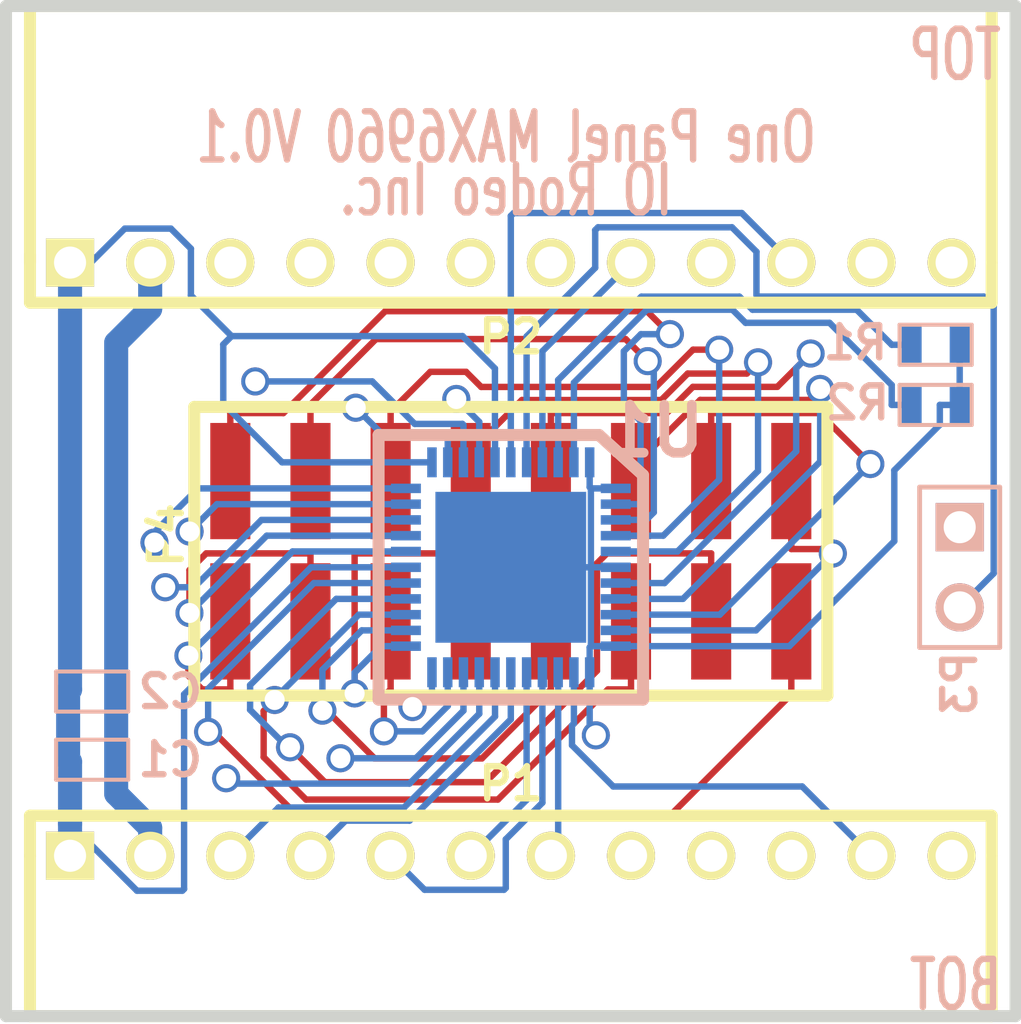
<source format=kicad_pcb>
(kicad_pcb (version 20171130) (host pcbnew 5.1.10)

  (general
    (thickness 1.6002)
    (drawings 8)
    (tracks 385)
    (zones 0)
    (modules 9)
    (nets 30)
  )

  (page A4)
  (title_block
    (date "12 apr 2013")
  )

  (layers
    (0 Front signal)
    (1 Inner3 signal)
    (2 Inner2 signal)
    (31 Back signal)
    (32 B.Adhes user)
    (33 F.Adhes user)
    (34 B.Paste user)
    (35 F.Paste user)
    (36 B.SilkS user)
    (37 F.SilkS user)
    (38 B.Mask user)
    (39 F.Mask user)
    (40 Dwgs.User user)
    (41 Cmts.User user)
    (42 Eco1.User user)
    (43 Eco2.User user)
    (44 Edge.Cuts user)
  )

  (setup
    (last_trace_width 0.2032)
    (trace_clearance 0.1016)
    (zone_clearance 0.508)
    (zone_45_only no)
    (trace_min 0.2032)
    (via_size 0.889)
    (via_drill 0.635)
    (via_min_size 0.889)
    (via_min_drill 0.508)
    (uvia_size 0.508)
    (uvia_drill 0.127)
    (uvias_allowed no)
    (uvia_min_size 0.508)
    (uvia_min_drill 0.127)
    (edge_width 0.381)
    (segment_width 0.381)
    (pcb_text_width 0.3048)
    (pcb_text_size 1.524 2.032)
    (mod_edge_width 0.381)
    (mod_text_size 1.524 1.524)
    (mod_text_width 0.3048)
    (pad_size 1.27 3.683)
    (pad_drill 0)
    (pad_to_mask_clearance 0.254)
    (aux_axis_origin 0 0)
    (visible_elements FFFFFF7F)
    (pcbplotparams
      (layerselection 0x00030_ffffffff)
      (usegerberextensions true)
      (usegerberattributes true)
      (usegerberadvancedattributes true)
      (creategerberjobfile true)
      (excludeedgelayer true)
      (linewidth 0.150000)
      (plotframeref false)
      (viasonmask false)
      (mode 1)
      (useauxorigin false)
      (hpglpennumber 1)
      (hpglpenspeed 20)
      (hpglpendiameter 15.000000)
      (psnegative false)
      (psa4output false)
      (plotreference true)
      (plotvalue true)
      (plotinvisibletext false)
      (padsonsilk false)
      (subtractmaskfromsilk false)
      (outputformat 1)
      (mirror false)
      (drillshape 1)
      (scaleselection 1)
      (outputdirectory ""))
  )

  (net 0 "")
  (net 1 /ADDCLK)
  (net 2 /ADDIN)
  (net 3 /ADDOUT)
  (net 4 /CLK)
  (net 5 /COL1)
  (net 6 /COL10)
  (net 7 /COL11)
  (net 8 /COL12)
  (net 9 /COL13)
  (net 10 /COL14)
  (net 11 /COL15)
  (net 12 /COL16)
  (net 13 /CS)
  (net 14 /MISO)
  (net 15 /MOSI)
  (net 16 /OSC)
  (net 17 /ROW1)
  (net 18 /ROW2)
  (net 19 /ROW3)
  (net 20 /ROW4)
  (net 21 /ROW5)
  (net 22 /ROW6)
  (net 23 /ROW7)
  (net 24 /ROW8)
  (net 25 /RST)
  (net 26 /V+)
  (net 27 GND)
  (net 28 N-000031)
  (net 29 N-000032)

  (net_class Default "This is the default net class."
    (clearance 0.1016)
    (trace_width 0.2032)
    (via_dia 0.889)
    (via_drill 0.635)
    (uvia_dia 0.508)
    (uvia_drill 0.127)
    (add_net /ADDCLK)
    (add_net /ADDIN)
    (add_net /ADDOUT)
    (add_net /CLK)
    (add_net /COL1)
    (add_net /COL10)
    (add_net /COL11)
    (add_net /COL12)
    (add_net /COL13)
    (add_net /COL14)
    (add_net /COL15)
    (add_net /COL16)
    (add_net /CS)
    (add_net /MISO)
    (add_net /MOSI)
    (add_net /OSC)
    (add_net /ROW1)
    (add_net /ROW2)
    (add_net /ROW3)
    (add_net /ROW4)
    (add_net /ROW5)
    (add_net /ROW6)
    (add_net /ROW7)
    (add_net /ROW8)
    (add_net /RST)
    (add_net N-000031)
    (add_net N-000032)
  )

  (net_class PWR ""
    (clearance 0.1016)
    (trace_width 0.2032)
    (via_dia 0.889)
    (via_drill 0.635)
    (uvia_dia 0.508)
    (uvia_drill 0.127)
    (add_net /V+)
    (add_net GND)
  )

  (module SM0603 (layer Back) (tedit 5167BA86) (tstamp 51658CC4)
    (at 53.5305 74.676)
    (path /516115A2)
    (attr smd)
    (fp_text reference C1 (at 2.4765 0) (layer B.SilkS)
      (effects (font (size 1.016 1.016) (thickness 0.2032)) (justify mirror))
    )
    (fp_text value 47uF (at -0.127 0.0635) (layer B.SilkS) hide
      (effects (font (size 1.016 1.016) (thickness 0.2032)) (justify mirror))
    )
    (fp_line (start -1.143 0.635) (end 1.143 0.635) (layer B.SilkS) (width 0.127))
    (fp_line (start 1.143 0.635) (end 1.143 -0.635) (layer B.SilkS) (width 0.127))
    (fp_line (start 1.143 -0.635) (end -1.143 -0.635) (layer B.SilkS) (width 0.127))
    (fp_line (start -1.143 -0.635) (end -1.143 0.635) (layer B.SilkS) (width 0.127))
    (pad 1 smd rect (at -0.762 0) (size 0.635 1.143) (layers Back B.Paste B.Mask)
      (net 26 /V+))
    (pad 2 smd rect (at 0.762 0) (size 0.635 1.143) (layers Back B.Paste B.Mask)
      (net 27 GND))
    (model smd/chip_cms.wrl
      (at (xyz 0 0 0))
      (scale (xyz 0.08 0.08 0.08))
      (rotate (xyz 0 0 0))
    )
  )

  (module SM0603 (layer Back) (tedit 5167BA82) (tstamp 51658CC6)
    (at 53.5305 72.517)
    (path /516115D7)
    (attr smd)
    (fp_text reference C2 (at 2.4765 0) (layer B.SilkS)
      (effects (font (size 1.016 1.016) (thickness 0.2032)) (justify mirror))
    )
    (fp_text value 0.1uF (at 0.127 0) (layer B.SilkS) hide
      (effects (font (size 0.7112 0.4572) (thickness 0.1143)) (justify mirror))
    )
    (fp_line (start -1.143 0.635) (end 1.143 0.635) (layer B.SilkS) (width 0.127))
    (fp_line (start 1.143 0.635) (end 1.143 -0.635) (layer B.SilkS) (width 0.127))
    (fp_line (start 1.143 -0.635) (end -1.143 -0.635) (layer B.SilkS) (width 0.127))
    (fp_line (start -1.143 -0.635) (end -1.143 0.635) (layer B.SilkS) (width 0.127))
    (pad 1 smd rect (at -0.762 0) (size 0.635 1.143) (layers Back B.Paste B.Mask)
      (net 26 /V+))
    (pad 2 smd rect (at 0.762 0) (size 0.635 1.143) (layers Back B.Paste B.Mask)
      (net 27 GND))
    (model smd/chip_cms.wrl
      (at (xyz 0 0 0))
      (scale (xyz 0.08 0.08 0.08))
      (rotate (xyz 0 0 0))
    )
  )

  (module SM0603 (layer Back) (tedit 5167B93B) (tstamp 5167B83E)
    (at 80.264 61.5315)
    (path /5164B996)
    (attr smd)
    (fp_text reference R1 (at -2.54 -0.0635) (layer B.SilkS)
      (effects (font (size 1.016 1.016) (thickness 0.2032)) (justify mirror))
    )
    (fp_text value R (at 0 0) (layer B.SilkS) hide
      (effects (font (size 0.7112 0.4572) (thickness 0.1143)) (justify mirror))
    )
    (fp_line (start -1.143 0.635) (end 1.143 0.635) (layer B.SilkS) (width 0.127))
    (fp_line (start 1.143 0.635) (end 1.143 -0.635) (layer B.SilkS) (width 0.127))
    (fp_line (start 1.143 -0.635) (end -1.143 -0.635) (layer B.SilkS) (width 0.127))
    (fp_line (start -1.143 -0.635) (end -1.143 0.635) (layer B.SilkS) (width 0.127))
    (pad 1 smd rect (at -0.762 0) (size 0.635 1.143) (layers Back B.Paste B.Mask)
      (net 29 N-000032))
    (pad 2 smd rect (at 0.762 0) (size 0.635 1.143) (layers Back B.Paste B.Mask)
      (net 27 GND))
    (model smd/chip_cms.wrl
      (at (xyz 0 0 0))
      (scale (xyz 0.08 0.08 0.08))
      (rotate (xyz 0 0 0))
    )
  )

  (module SM0603 (layer Back) (tedit 5167B925) (tstamp 5167B843)
    (at 80.264 63.4365)
    (path /5164B991)
    (attr smd)
    (fp_text reference R2 (at -2.4765 -0.0635) (layer B.SilkS)
      (effects (font (size 1.016 1.016) (thickness 0.2032)) (justify mirror))
    )
    (fp_text value R (at 0 0) (layer B.SilkS) hide
      (effects (font (size 0.7112 0.4572) (thickness 0.1143)) (justify mirror))
    )
    (fp_line (start -1.143 0.635) (end 1.143 0.635) (layer B.SilkS) (width 0.127))
    (fp_line (start 1.143 0.635) (end 1.143 -0.635) (layer B.SilkS) (width 0.127))
    (fp_line (start 1.143 -0.635) (end -1.143 -0.635) (layer B.SilkS) (width 0.127))
    (fp_line (start -1.143 -0.635) (end -1.143 0.635) (layer B.SilkS) (width 0.127))
    (pad 1 smd rect (at -0.762 0) (size 0.635 1.143) (layers Back B.Paste B.Mask)
      (net 28 N-000031))
    (pad 2 smd rect (at 0.762 0) (size 0.635 1.143) (layers Back B.Paste B.Mask)
      (net 27 GND))
    (model smd/chip_cms.wrl
      (at (xyz 0 0 0))
      (scale (xyz 0.08 0.08 0.08))
      (rotate (xyz 0 0 0))
    )
  )

  (module PIN_ARRAY_2X1 (layer Back) (tedit 5167B9C6) (tstamp 51675768)
    (at 81.026 68.58 270)
    (descr "Connecteurs 2 pins")
    (tags "CONN DEV")
    (path /51612750)
    (fp_text reference P3 (at 3.683 0 270) (layer B.SilkS)
      (effects (font (size 1.016 1.016) (thickness 0.2032)) (justify mirror))
    )
    (fp_text value CONN_2 (at 0 0 270) (layer B.SilkS) hide
      (effects (font (size 0.762 0.762) (thickness 0.1524)) (justify mirror))
    )
    (fp_line (start -2.54 -1.27) (end -2.54 1.27) (layer B.SilkS) (width 0.1524))
    (fp_line (start -2.54 1.27) (end 2.54 1.27) (layer B.SilkS) (width 0.1524))
    (fp_line (start 2.54 1.27) (end 2.54 -1.27) (layer B.SilkS) (width 0.1524))
    (fp_line (start 2.54 -1.27) (end -2.54 -1.27) (layer B.SilkS) (width 0.1524))
    (pad 1 thru_hole rect (at -1.27 0 270) (size 1.524 1.524) (drill 1.016) (layers *.Cu *.Mask B.SilkS)
      (net 26 /V+))
    (pad 2 thru_hole circle (at 1.27 0 270) (size 1.524 1.524) (drill 1.016) (layers *.Cu *.Mask B.SilkS)
      (net 2 /ADDIN))
    (model pin_array/pins_array_2x1.wrl
      (at (xyz 0 0 0))
      (scale (xyz 1 1 1))
      (rotate (xyz 0 0 0))
    )
  )

  (module HEADER_TOP (layer Front) (tedit 5167BA76) (tstamp 51658CD3)
    (at 66.79946 58.928)
    (path /516126A1)
    (fp_text reference P2 (at 0.00254 2.3495) (layer F.SilkS)
      (effects (font (size 1.016 1.016) (thickness 0.2032)))
    )
    (fp_text value CONN_12 (at 0.00254 -4.064) (layer F.SilkS) hide
      (effects (font (size 1.524 1.524) (thickness 0.3048)))
    )
    (fp_line (start 15.24 0) (end 15.24 1.27) (layer F.SilkS) (width 0.381))
    (fp_line (start 15.24 1.27) (end -15.24 1.27) (layer F.SilkS) (width 0.381))
    (fp_line (start -15.24 1.27) (end -15.24 -0.254) (layer F.SilkS) (width 0.381))
    (fp_line (start -15.24 0) (end -15.24 -8.128) (layer F.SilkS) (width 0.381))
    (fp_line (start -15.24 -8.128) (end 15.24 -8.128) (layer F.SilkS) (width 0.381))
    (fp_line (start 15.24 -8.128) (end 15.24 0) (layer F.SilkS) (width 0.381))
    (pad 1 thru_hole rect (at -13.97 0) (size 1.524 1.524) (drill 1.016) (layers *.Cu *.Mask F.SilkS)
      (net 26 /V+))
    (pad 2 thru_hole circle (at -11.43 0) (size 1.524 1.524) (drill 1.016) (layers *.Cu *.Mask F.SilkS)
      (net 27 GND))
    (pad 3 thru_hole circle (at -8.89 0) (size 1.524 1.524) (drill 1.016) (layers *.Cu *.Mask F.SilkS)
      (net 25 /RST))
    (pad 4 thru_hole circle (at -6.35 0) (size 1.524 1.524) (drill 1.016) (layers *.Cu *.Mask F.SilkS)
      (net 4 /CLK))
    (pad 5 thru_hole circle (at -3.81 0) (size 1.524 1.524) (drill 1.016) (layers *.Cu *.Mask F.SilkS)
      (net 15 /MOSI))
    (pad 6 thru_hole circle (at -1.27 0) (size 1.524 1.524) (drill 1.016) (layers *.Cu *.Mask F.SilkS)
      (net 14 /MISO))
    (pad 7 thru_hole circle (at 1.27 0) (size 1.524 1.524) (drill 1.016) (layers *.Cu *.Mask F.SilkS)
      (net 13 /CS))
    (pad 8 thru_hole circle (at 3.81 0) (size 1.524 1.524) (drill 1.016) (layers *.Cu *.Mask F.SilkS)
      (net 1 /ADDCLK))
    (pad 9 thru_hole circle (at 6.35 0) (size 1.524 1.524) (drill 1.016) (layers *.Cu *.Mask F.SilkS))
    (pad 10 thru_hole circle (at 8.89 0) (size 1.524 1.524) (drill 1.016) (layers *.Cu *.Mask F.SilkS)
      (net 3 /ADDOUT))
    (pad 11 thru_hole circle (at 11.43 0) (size 1.524 1.524) (drill 1.016) (layers *.Cu *.Mask F.SilkS)
      (net 16 /OSC))
    (pad 12 thru_hole circle (at 13.97 0) (size 1.524 1.524) (drill 1.016) (layers *.Cu *.Mask F.SilkS))
  )

  (module HEADER_BOT (layer Front) (tedit 5167B96A) (tstamp 51658CD4)
    (at 66.79946 77.71892)
    (path /5161268D)
    (fp_text reference P1 (at 0.00254 -2.28092) (layer F.SilkS)
      (effects (font (size 1.016 1.016) (thickness 0.2032)))
    )
    (fp_text value CONN_12 (at 0.00254 3.05308) (layer F.SilkS) hide
      (effects (font (size 1.524 1.524) (thickness 0.3048)))
    )
    (fp_line (start -15.24 0) (end -15.24 -1.27) (layer F.SilkS) (width 0.381))
    (fp_line (start -15.24 -1.27) (end 15.24 -1.27) (layer F.SilkS) (width 0.381))
    (fp_line (start 15.24 -1.27) (end 15.24 0) (layer F.SilkS) (width 0.381))
    (fp_line (start -15.24 0) (end -15.24 5.08) (layer F.SilkS) (width 0.381))
    (fp_line (start -15.24 5.08) (end 15.24 5.08) (layer F.SilkS) (width 0.381))
    (fp_line (start 15.24 5.08) (end 15.24 0) (layer F.SilkS) (width 0.381))
    (pad 1 thru_hole rect (at -13.97 0) (size 1.524 1.524) (drill 1.016) (layers *.Cu *.Mask F.SilkS)
      (net 26 /V+))
    (pad 2 thru_hole circle (at -11.43 0) (size 1.524 1.524) (drill 1.016) (layers *.Cu *.Mask F.SilkS)
      (net 27 GND))
    (pad 3 thru_hole circle (at -8.89 0) (size 1.524 1.524) (drill 1.016) (layers *.Cu *.Mask F.SilkS)
      (net 25 /RST))
    (pad 4 thru_hole circle (at -6.35 0) (size 1.524 1.524) (drill 1.016) (layers *.Cu *.Mask F.SilkS)
      (net 4 /CLK))
    (pad 5 thru_hole circle (at -3.81 0) (size 1.524 1.524) (drill 1.016) (layers *.Cu *.Mask F.SilkS)
      (net 15 /MOSI))
    (pad 6 thru_hole circle (at -1.27 0) (size 1.524 1.524) (drill 1.016) (layers *.Cu *.Mask F.SilkS)
      (net 14 /MISO))
    (pad 7 thru_hole circle (at 1.27 0) (size 1.524 1.524) (drill 1.016) (layers *.Cu *.Mask F.SilkS)
      (net 13 /CS))
    (pad 8 thru_hole circle (at 3.81 0) (size 1.524 1.524) (drill 1.016) (layers *.Cu *.Mask F.SilkS)
      (net 1 /ADDCLK))
    (pad 9 thru_hole circle (at 6.35 0) (size 1.524 1.524) (drill 1.016) (layers *.Cu *.Mask F.SilkS)
      (net 3 /ADDOUT))
    (pad 10 thru_hole circle (at 8.89 0) (size 1.524 1.524) (drill 1.016) (layers *.Cu *.Mask F.SilkS)
      (net 2 /ADDIN))
    (pad 11 thru_hole circle (at 11.43 0) (size 1.524 1.524) (drill 1.016) (layers *.Cu *.Mask F.SilkS)
      (net 16 /OSC))
    (pad 12 thru_hole circle (at 13.97 0) (size 1.524 1.524) (drill 1.016) (layers *.Cu *.Mask F.SilkS))
  )

  (module T4477-3 (layer Back) (tedit 51673DEF) (tstamp 51672805)
    (at 66.79946 68.58 180)
    (path /516112AF)
    (fp_text reference U1 (at -4.57454 4.318 180) (layer B.SilkS)
      (effects (font (size 1.524 1.524) (thickness 0.3048)) (justify mirror))
    )
    (fp_text value MAX6960 (at -0.25654 0 180) (layer B.SilkS) hide
      (effects (font (size 1.016 1.016) (thickness 0.2032)) (justify mirror))
    )
    (fp_line (start -4.191 2.921) (end -4.191 -4.191) (layer B.SilkS) (width 0.381))
    (fp_line (start -4.191 -4.191) (end 4.191 -4.191) (layer B.SilkS) (width 0.381))
    (fp_line (start 4.191 -4.191) (end 4.191 4.191) (layer B.SilkS) (width 0.381))
    (fp_line (start 4.191 4.191) (end -2.794 4.191) (layer B.SilkS) (width 0.381))
    (fp_line (start -2.794 4.191) (end -4.191 2.921) (layer B.SilkS) (width 0.381))
    (pad 1 smd rect (at -3.32486 2.49936 180) (size 0.94996 0.29972) (layers Back B.Paste B.Mask)
      (net 27 GND))
    (pad 2 smd rect (at -3.32486 1.99898 180) (size 0.94996 0.29972) (layers Back B.Paste B.Mask)
      (net 17 /ROW1))
    (pad 3 smd rect (at -3.32486 1.50114 180) (size 0.94996 0.29972) (layers Back B.Paste B.Mask)
      (net 18 /ROW2))
    (pad 4 smd rect (at -3.32486 1.00076 180) (size 0.94996 0.29972) (layers Back B.Paste B.Mask)
      (net 19 /ROW3))
    (pad 5 smd rect (at -3.32486 0.50038 180) (size 0.94996 0.29972) (layers Back B.Paste B.Mask)
      (net 20 /ROW4))
    (pad 6 smd rect (at -3.32486 0 180) (size 0.94996 0.29972) (layers Back B.Paste B.Mask)
      (net 27 GND))
    (pad 7 smd rect (at -3.32486 -0.50038 180) (size 0.94996 0.29972) (layers Back B.Paste B.Mask)
      (net 21 /ROW5))
    (pad 8 smd rect (at -3.32486 -1.00076 180) (size 0.94996 0.29972) (layers Back B.Paste B.Mask)
      (net 22 /ROW6))
    (pad 9 smd rect (at -3.32486 -1.50114 180) (size 0.94996 0.29972) (layers Back B.Paste B.Mask)
      (net 23 /ROW7))
    (pad 10 smd rect (at -3.32486 -1.99898 180) (size 0.94996 0.29972) (layers Back B.Paste B.Mask)
      (net 24 /ROW8))
    (pad 11 smd rect (at -3.32486 -2.49936 180) (size 0.94996 0.29972) (layers Back B.Paste B.Mask)
      (net 27 GND))
    (pad 45 smd rect (at 0 0 180) (size 4.78028 4.78028) (layers Back B.Paste B.Mask)
      (net 27 GND))
    (pad 12 smd rect (at -2.49936 -3.32486 180) (size 0.29972 0.94996) (layers Back B.Paste B.Mask)
      (net 27 GND))
    (pad 13 smd rect (at -1.99898 -3.32486 180) (size 0.29972 0.94996) (layers Back B.Paste B.Mask)
      (net 16 /OSC))
    (pad 14 smd rect (at -1.50114 -3.32486 180) (size 0.29972 0.94996) (layers Back B.Paste B.Mask)
      (net 13 /CS))
    (pad 15 smd rect (at -1.00076 -3.32486 180) (size 0.29972 0.94996) (layers Back B.Paste B.Mask)
      (net 15 /MOSI))
    (pad 16 smd rect (at -0.50038 -3.32486 180) (size 0.29972 0.94996) (layers Back B.Paste B.Mask)
      (net 14 /MISO))
    (pad 17 smd rect (at 0 -3.32486 180) (size 0.29972 0.94996) (layers Back B.Paste B.Mask)
      (net 4 /CLK))
    (pad 18 smd rect (at 0.50038 -3.32486 180) (size 0.29972 0.94996) (layers Back B.Paste B.Mask)
      (net 25 /RST))
    (pad 19 smd rect (at 1.00076 -3.32486 180) (size 0.29972 0.94996) (layers Back B.Paste B.Mask)
      (net 5 /COL1))
    (pad 20 smd rect (at 1.50114 -3.32486 180) (size 0.29972 0.94996) (layers Back B.Paste B.Mask)
      (net 6 /COL10))
    (pad 21 smd rect (at 1.99898 -3.32486 180) (size 0.29972 0.94996) (layers Back B.Paste B.Mask)
      (net 7 /COL11))
    (pad 22 smd rect (at 2.49936 -3.32486 180) (size 0.29972 0.94996) (layers Back B.Paste B.Mask)
      (net 26 /V+))
    (pad 23 smd rect (at 3.32486 -2.49936 180) (size 0.94996 0.29972) (layers Back B.Paste B.Mask)
      (net 8 /COL12))
    (pad 24 smd rect (at 3.32486 -1.99898 180) (size 0.94996 0.29972) (layers Back B.Paste B.Mask)
      (net 9 /COL13))
    (pad 25 smd rect (at 3.32486 -1.50114 180) (size 0.94996 0.29972) (layers Back B.Paste B.Mask)
      (net 10 /COL14))
    (pad 26 smd rect (at 3.32486 -1.00076 180) (size 0.94996 0.29972) (layers Back B.Paste B.Mask)
      (net 11 /COL15))
    (pad 27 smd rect (at 3.32486 -0.50038 180) (size 0.94996 0.29972) (layers Back B.Paste B.Mask)
      (net 12 /COL16))
    (pad 28 smd rect (at 3.32486 0 180) (size 0.94996 0.29972) (layers Back B.Paste B.Mask)
      (net 26 /V+))
    (pad 29 smd rect (at 3.32486 0.50038 180) (size 0.94996 0.29972) (layers Back B.Paste B.Mask)
      (net 5 /COL1))
    (pad 30 smd rect (at 3.32486 1.00076 180) (size 0.94996 0.29972) (layers Back B.Paste B.Mask)
      (net 6 /COL10))
    (pad 31 smd rect (at 3.32486 1.50114 180) (size 0.94996 0.29972) (layers Back B.Paste B.Mask)
      (net 7 /COL11))
    (pad 32 smd rect (at 3.32486 1.99898 180) (size 0.94996 0.29972) (layers Back B.Paste B.Mask)
      (net 8 /COL12))
    (pad 33 smd rect (at 3.32486 2.49936 180) (size 0.94996 0.29972) (layers Back B.Paste B.Mask)
      (net 9 /COL13))
    (pad 34 smd rect (at 2.49936 3.32486 180) (size 0.29972 0.94996) (layers Back B.Paste B.Mask)
      (net 26 /V+))
    (pad 35 smd rect (at 1.99898 3.32486 180) (size 0.29972 0.94996) (layers Back B.Paste B.Mask)
      (net 10 /COL14))
    (pad 36 smd rect (at 1.50114 3.32486 180) (size 0.29972 0.94996) (layers Back B.Paste B.Mask)
      (net 11 /COL15))
    (pad 37 smd rect (at 1.00076 3.32486 180) (size 0.29972 0.94996) (layers Back B.Paste B.Mask)
      (net 12 /COL16))
    (pad 38 smd rect (at 0.50038 3.32486 180) (size 0.29972 0.94996) (layers Back B.Paste B.Mask)
      (net 26 /V+))
    (pad 39 smd rect (at 0 3.32486 180) (size 0.29972 0.94996) (layers Back B.Paste B.Mask)
      (net 3 /ADDOUT))
    (pad 40 smd rect (at -0.50038 3.32486 180) (size 0.29972 0.94996) (layers Back B.Paste B.Mask)
      (net 2 /ADDIN))
    (pad 41 smd rect (at -1.00076 3.32486 180) (size 0.29972 0.94996) (layers Back B.Paste B.Mask)
      (net 1 /ADDCLK))
    (pad 42 smd rect (at -1.50114 3.32486 180) (size 0.29972 0.94996) (layers Back B.Paste B.Mask)
      (net 29 N-000032))
    (pad 43 smd rect (at -1.99898 3.32486 180) (size 0.29972 0.94996) (layers Back B.Paste B.Mask)
      (net 28 N-000031))
    (pad 44 smd rect (at -2.49936 3.32486 180) (size 0.29972 0.94996) (layers Back B.Paste B.Mask)
      (net 27 GND))
  )

  (module SMD_HEADER_8X2 (layer Front) (tedit 5167B9E0) (tstamp 5167528D)
    (at 66.79946 68.072)
    (path /51673048)
    (fp_text reference P4 (at -10.91946 -0.508 90) (layer F.SilkS)
      (effects (font (size 1.016 1.016) (thickness 0.2032)))
    )
    (fp_text value CONN_8X2 (at 0 6.096) (layer F.SilkS) hide
      (effects (font (size 1.524 1.524) (thickness 0.3048)))
    )
    (fp_line (start -10.033 0) (end -10.033 -4.572) (layer F.SilkS) (width 0.381))
    (fp_line (start -10.033 -4.572) (end 9.906 -4.572) (layer F.SilkS) (width 0.381))
    (fp_line (start 9.906 -4.572) (end 10.033 -4.572) (layer F.SilkS) (width 0.381))
    (fp_line (start 10.033 -4.572) (end 10.033 4.572) (layer F.SilkS) (width 0.381))
    (fp_line (start 10.033 4.572) (end -10.033 4.572) (layer F.SilkS) (width 0.381))
    (fp_line (start -10.033 4.572) (end -10.033 -0.254) (layer F.SilkS) (width 0.381))
    (pad 1 smd rect (at -8.89 2.2225) (size 1.27 3.683) (layers Front F.Paste F.Mask)
      (net 5 /COL1))
    (pad 2 smd rect (at -8.89 -2.2225) (size 1.27 3.683) (layers Front F.Paste F.Mask)
      (net 17 /ROW1))
    (pad 3 smd rect (at -6.35 2.2225) (size 1.27 3.683) (layers Front F.Paste F.Mask)
      (net 6 /COL10))
    (pad 4 smd rect (at -6.35 -2.2225) (size 1.27 3.683) (layers Front F.Paste F.Mask)
      (net 18 /ROW2))
    (pad 5 smd rect (at -3.81 2.2225) (size 1.27 3.683) (layers Front F.Paste F.Mask)
      (net 7 /COL11))
    (pad 6 smd rect (at -3.81 -2.2225) (size 1.27 3.683) (layers Front F.Paste F.Mask)
      (net 19 /ROW3))
    (pad 7 smd rect (at -1.27 2.2225) (size 1.27 3.683) (layers Front F.Paste F.Mask)
      (net 8 /COL12))
    (pad 8 smd rect (at -1.27 -2.2225) (size 1.27 3.683) (layers Front F.Paste F.Mask)
      (net 20 /ROW4))
    (pad 9 smd rect (at 1.27 2.2225) (size 1.27 3.683) (layers Front F.Paste F.Mask)
      (net 9 /COL13))
    (pad 10 smd rect (at 1.27 -2.2225) (size 1.27 3.683) (layers Front F.Paste F.Mask)
      (net 21 /ROW5))
    (pad 11 smd rect (at 3.81 2.2225) (size 1.27 3.683) (layers Front F.Paste F.Mask)
      (net 10 /COL14))
    (pad 12 smd rect (at 3.81 -2.2225) (size 1.27 3.683) (layers Front F.Paste F.Mask)
      (net 22 /ROW6))
    (pad 13 smd rect (at 6.35 2.2225) (size 1.27 3.683) (layers Front F.Paste F.Mask)
      (net 11 /COL15))
    (pad 14 smd rect (at 6.35 -2.2225) (size 1.27 3.683) (layers Front F.Paste F.Mask)
      (net 23 /ROW7))
    (pad 15 smd rect (at 8.89 2.2225) (size 1.27 3.683) (layers Front F.Paste F.Mask)
      (net 12 /COL16))
    (pad 16 smd rect (at 8.89 -2.2225) (size 1.27 3.683) (layers Front F.Paste F.Mask)
      (net 24 /ROW8))
  )

  (gr_text BOT (at 80.899 81.8134) (layer B.SilkS)
    (effects (font (size 1.524 1.016) (thickness 0.2032)) (justify mirror))
  )
  (gr_text TOP (at 80.8736 52.3494) (layer B.SilkS)
    (effects (font (size 1.524 1.016) (thickness 0.2032)) (justify mirror))
  )
  (gr_text "IO Rodeo Inc." (at 66.6496 56.642) (layer B.SilkS)
    (effects (font (size 1.524 1.016) (thickness 0.2032)) (justify mirror))
  )
  (gr_text "One Panel MAX6960 V0.1" (at 66.6496 54.9656) (layer B.SilkS)
    (effects (font (size 1.524 1.016) (thickness 0.2032)) (justify mirror))
  )
  (gr_line (start 82.79892 82.79892) (end 82.79892 50.8) (angle 90) (layer Edge.Cuts) (width 0.381))
  (gr_line (start 50.8 82.79892) (end 82.79892 82.79892) (angle 90) (layer Edge.Cuts) (width 0.381))
  (gr_line (start 50.8 50.8) (end 50.8 82.79892) (angle 90) (layer Edge.Cuts) (width 0.381))
  (gr_line (start 50.8 50.8) (end 82.79892 50.8) (angle 90) (layer Edge.Cuts) (width 0.381))

  (segment (start 67.80022 61.73724) (end 70.60946 58.928) (width 0.2032) (layer Back) (net 1) (status 800000))
  (segment (start 67.80022 65.25514) (end 67.80022 61.73724) (width 0.2032) (layer Back) (net 1) (status 400000))
  (segment (start 70.25386 77.36332) (end 70.60946 77.71892) (width 0.2032) (layer Inner3) (net 1) (status 800000))
  (segment (start 70.25386 59.2836) (end 70.25386 77.36332) (width 0.2032) (layer Inner3) (net 1))
  (segment (start 70.60946 58.928) (end 70.25386 59.2836) (width 0.2032) (layer Inner3) (net 1) (status 400000))
  (segment (start 75.68946 75.18654) (end 81.026 69.85) (width 0.2032) (layer Inner2) (net 2) (status 800000))
  (segment (start 75.68946 77.71892) (end 75.68946 75.18654) (width 0.2032) (layer Inner2) (net 2) (status 400000))
  (segment (start 82.10296 68.77304) (end 81.026 69.85) (width 0.2032) (layer Back) (net 2) (status 800000))
  (segment (start 82.10296 60.31992) (end 82.10296 68.77304) (width 0.2032) (layer Back) (net 2))
  (segment (start 81.788 60.00496) (end 82.10296 60.31992) (width 0.2032) (layer Back) (net 2))
  (segment (start 74.6379 60.00496) (end 81.788 60.00496) (width 0.2032) (layer Back) (net 2))
  (segment (start 74.58456 59.95162) (end 74.6379 60.00496) (width 0.2032) (layer Back) (net 2))
  (segment (start 74.58456 58.5851) (end 74.58456 59.95162) (width 0.2032) (layer Back) (net 2))
  (segment (start 73.80986 57.8104) (end 74.58456 58.5851) (width 0.2032) (layer Back) (net 2))
  (segment (start 69.56298 57.8104) (end 73.80986 57.8104) (width 0.2032) (layer Back) (net 2))
  (segment (start 69.47408 57.8993) (end 69.56298 57.8104) (width 0.2032) (layer Back) (net 2))
  (segment (start 69.47408 59.0931) (end 69.47408 57.8993) (width 0.2032) (layer Back) (net 2))
  (segment (start 67.29984 61.26734) (end 69.47408 59.0931) (width 0.2032) (layer Back) (net 2))
  (segment (start 67.29984 65.25514) (end 67.29984 61.26734) (width 0.2032) (layer Back) (net 2) (status 400000))
  (segment (start 75.5142 75.35418) (end 73.14946 77.71892) (width 0.2032) (layer Inner3) (net 3) (status 800000))
  (segment (start 75.5142 59.10326) (end 75.5142 75.35418) (width 0.2032) (layer Inner3) (net 3))
  (segment (start 75.68946 58.928) (end 75.5142 59.10326) (width 0.2032) (layer Inner3) (net 3) (status 400000))
  (segment (start 74.11974 57.35828) (end 75.68946 58.928) (width 0.2032) (layer Back) (net 3) (status 800000))
  (segment (start 66.8909 57.35828) (end 74.11974 57.35828) (width 0.2032) (layer Back) (net 3))
  (segment (start 66.79946 57.44972) (end 66.8909 57.35828) (width 0.2032) (layer Back) (net 3))
  (segment (start 66.79946 65.25514) (end 66.79946 57.44972) (width 0.2032) (layer Back) (net 3) (status 400000))
  (segment (start 61.56198 76.6064) (end 60.44946 77.71892) (width 0.2032) (layer Back) (net 4) (status 800000))
  (segment (start 63.5889 76.6064) (end 61.56198 76.6064) (width 0.2032) (layer Back) (net 4))
  (segment (start 66.79946 73.39584) (end 63.5889 76.6064) (width 0.2032) (layer Back) (net 4))
  (segment (start 66.79946 71.90486) (end 66.79946 73.39584) (width 0.2032) (layer Back) (net 4) (status 400000))
  (segment (start 60.071 59.30646) (end 60.44946 58.928) (width 0.2032) (layer Inner3) (net 4) (status 800000))
  (segment (start 60.071 73.47966) (end 60.071 59.30646) (width 0.2032) (layer Inner3) (net 4))
  (segment (start 60.60694 74.0156) (end 60.071 73.47966) (width 0.2032) (layer Inner3) (net 4))
  (segment (start 60.60694 77.56144) (end 60.60694 74.0156) (width 0.2032) (layer Inner3) (net 4))
  (segment (start 60.44946 77.71892) (end 60.60694 77.56144) (width 0.2032) (layer Inner3) (net 4) (status 400000))
  (via (at 56.58104 71.37908) (size 0.889) (layers Front Back) (net 5))
  (via (at 57.77738 75.26274) (size 0.889) (layers Front Back) (net 5))
  (segment (start 59.8805 68.07962) (end 56.58104 71.37908) (width 0.2032) (layer Back) (net 5))
  (segment (start 63.4746 68.07962) (end 59.8805 68.07962) (width 0.2032) (layer Back) (net 5) (status 400000))
  (segment (start 57.90946 70.2945) (end 57.90946 72.44842) (width 0.2032) (layer Front) (net 5) (status 400000))
  (segment (start 56.58104 72.01154) (end 56.58104 71.37908) (width 0.2032) (layer Front) (net 5))
  (segment (start 57.01792 72.44842) (end 56.58104 72.01154) (width 0.2032) (layer Front) (net 5))
  (segment (start 57.90946 72.44842) (end 57.01792 72.44842) (width 0.2032) (layer Front) (net 5))
  (segment (start 57.94756 75.43292) (end 57.77738 75.26274) (width 0.2032) (layer Back) (net 5))
  (segment (start 63.58636 75.43292) (end 57.94756 75.43292) (width 0.2032) (layer Back) (net 5))
  (segment (start 65.7987 73.22058) (end 63.58636 75.43292) (width 0.2032) (layer Back) (net 5))
  (segment (start 65.7987 71.90486) (end 65.7987 73.22058) (width 0.2032) (layer Back) (net 5) (status 400000))
  (segment (start 57.5818 75.26274) (end 57.77738 75.26274) (width 0.2032) (layer Inner3) (net 5))
  (segment (start 56.44896 74.1299) (end 57.5818 75.26274) (width 0.2032) (layer Inner3) (net 5))
  (segment (start 56.44896 71.51116) (end 56.44896 74.1299) (width 0.2032) (layer Inner3) (net 5))
  (segment (start 56.58104 71.37908) (end 56.44896 71.51116) (width 0.2032) (layer Inner3) (net 5))
  (via (at 56.61406 70.0278) (size 0.889) (layers Front Back) (net 6))
  (via (at 61.39942 74.63028) (size 0.889) (layers Front Back) (net 6))
  (segment (start 60.44946 70.2945) (end 60.44946 68.14058) (width 0.2032) (layer Front) (net 6) (status 400000))
  (segment (start 59.06262 67.57924) (end 63.4746 67.57924) (width 0.2032) (layer Back) (net 6) (status 800000))
  (segment (start 56.61406 70.0278) (end 59.06262 67.57924) (width 0.2032) (layer Back) (net 6))
  (segment (start 56.61406 68.67144) (end 56.61406 70.0278) (width 0.2032) (layer Front) (net 6))
  (segment (start 57.14492 68.14058) (end 56.61406 68.67144) (width 0.2032) (layer Front) (net 6))
  (segment (start 60.44946 68.14058) (end 57.14492 68.14058) (width 0.2032) (layer Front) (net 6))
  (segment (start 65.29832 73.12152) (end 65.29832 71.90486) (width 0.2032) (layer Back) (net 6) (status 800000))
  (segment (start 63.78956 74.63028) (end 65.29832 73.12152) (width 0.2032) (layer Back) (net 6))
  (segment (start 61.39942 74.63028) (end 63.78956 74.63028) (width 0.2032) (layer Back) (net 6))
  (segment (start 58.32348 71.73722) (end 56.61406 70.0278) (width 0.2032) (layer Inner2) (net 6))
  (segment (start 58.32348 72.98436) (end 58.32348 71.73722) (width 0.2032) (layer Inner2) (net 6))
  (segment (start 59.0423 73.70318) (end 58.32348 72.98436) (width 0.2032) (layer Inner2) (net 6))
  (segment (start 59.0423 74.98588) (end 59.0423 73.70318) (width 0.2032) (layer Inner2) (net 6))
  (segment (start 59.09818 75.04176) (end 59.0423 74.98588) (width 0.2032) (layer Inner2) (net 6))
  (segment (start 60.98794 75.04176) (end 59.09818 75.04176) (width 0.2032) (layer Inner2) (net 6))
  (segment (start 61.39942 74.63028) (end 60.98794 75.04176) (width 0.2032) (layer Inner2) (net 6))
  (via (at 62.7761 73.77684) (size 0.889) (layers Front Back) (net 7))
  (via (at 55.84698 69.21246) (size 0.889) (layers Front Back) (net 7))
  (segment (start 62.98946 70.2945) (end 62.98946 72.44842) (width 0.2032) (layer Front) (net 7) (status 400000))
  (segment (start 62.7761 72.66178) (end 62.7761 73.77684) (width 0.2032) (layer Front) (net 7))
  (segment (start 62.98946 72.44842) (end 62.7761 72.66178) (width 0.2032) (layer Front) (net 7))
  (segment (start 56.76392 69.21246) (end 55.84698 69.21246) (width 0.2032) (layer Back) (net 7))
  (segment (start 58.89752 67.07886) (end 56.76392 69.21246) (width 0.2032) (layer Back) (net 7))
  (segment (start 63.4746 67.07886) (end 58.89752 67.07886) (width 0.2032) (layer Back) (net 7) (status 400000))
  (segment (start 64.80048 72.9742) (end 64.80048 71.90486) (width 0.2032) (layer Back) (net 7) (status 800000))
  (segment (start 63.99784 73.77684) (end 64.80048 72.9742) (width 0.2032) (layer Back) (net 7))
  (segment (start 62.7761 73.77684) (end 63.99784 73.77684) (width 0.2032) (layer Back) (net 7))
  (segment (start 55.76316 69.29628) (end 55.84698 69.21246) (width 0.2032) (layer Inner2) (net 7))
  (segment (start 55.76316 71.63308) (end 55.76316 69.29628) (width 0.2032) (layer Inner2) (net 7))
  (segment (start 56.8325 72.70242) (end 55.76316 71.63308) (width 0.2032) (layer Inner2) (net 7))
  (segment (start 57.3659 72.70242) (end 56.8325 72.70242) (width 0.2032) (layer Inner2) (net 7))
  (segment (start 58.62828 73.9648) (end 57.3659 72.70242) (width 0.2032) (layer Inner2) (net 7))
  (segment (start 58.62828 75.40244) (end 58.62828 73.9648) (width 0.2032) (layer Inner2) (net 7))
  (segment (start 58.83402 75.60818) (end 58.62828 75.40244) (width 0.2032) (layer Inner2) (net 7))
  (segment (start 61.85154 75.60818) (end 58.83402 75.60818) (width 0.2032) (layer Inner2) (net 7))
  (segment (start 62.7761 74.68362) (end 61.85154 75.60818) (width 0.2032) (layer Inner2) (net 7))
  (segment (start 62.7761 73.77684) (end 62.7761 74.68362) (width 0.2032) (layer Inner2) (net 7))
  (via (at 61.849 72.57542) (size 0.889) (layers Front Back) (net 8))
  (via (at 56.61914 67.44716) (size 0.889) (layers Front Back) (net 8))
  (segment (start 65.52946 70.2945) (end 65.52946 68.14058) (width 0.2032) (layer Front) (net 8) (status 400000))
  (segment (start 63.4746 71.07936) (end 62.6872 71.07936) (width 0.2032) (layer Back) (net 8) (status 400000))
  (segment (start 61.849 71.91756) (end 62.6872 71.07936) (width 0.2032) (layer Back) (net 8))
  (segment (start 61.849 72.57542) (end 61.849 71.91756) (width 0.2032) (layer Back) (net 8))
  (segment (start 61.849 68.19646) (end 61.849 72.57542) (width 0.2032) (layer Front) (net 8))
  (segment (start 61.90488 68.14058) (end 61.849 68.19646) (width 0.2032) (layer Front) (net 8))
  (segment (start 65.52946 68.14058) (end 61.90488 68.14058) (width 0.2032) (layer Front) (net 8))
  (segment (start 57.48528 66.58102) (end 56.61914 67.44716) (width 0.2032) (layer Back) (net 8))
  (segment (start 63.4746 66.58102) (end 57.48528 66.58102) (width 0.2032) (layer Back) (net 8) (status 400000))
  (segment (start 56.72074 67.44716) (end 56.61914 67.44716) (width 0.2032) (layer Inner2) (net 8))
  (segment (start 61.849 72.57542) (end 56.72074 67.44716) (width 0.2032) (layer Inner2) (net 8))
  (via (at 60.82792 73.12152) (size 0.889) (layers Front Back) (net 9))
  (via (at 55.50408 67.79768) (size 0.889) (layers Front Back) (net 9))
  (segment (start 68.06946 70.2945) (end 68.06946 72.44842) (width 0.2032) (layer Front) (net 9) (status 400000))
  (segment (start 60.82792 71.82612) (end 60.82792 73.12152) (width 0.2032) (layer Back) (net 9))
  (segment (start 62.07506 70.57898) (end 60.82792 71.82612) (width 0.2032) (layer Back) (net 9))
  (segment (start 63.4746 70.57898) (end 62.07506 70.57898) (width 0.2032) (layer Back) (net 9) (status 400000))
  (segment (start 65.88252 74.63536) (end 68.06946 72.44842) (width 0.2032) (layer Front) (net 9))
  (segment (start 62.48146 74.63536) (end 65.88252 74.63536) (width 0.2032) (layer Front) (net 9))
  (segment (start 60.96762 73.12152) (end 62.48146 74.63536) (width 0.2032) (layer Front) (net 9))
  (segment (start 60.82792 73.12152) (end 60.96762 73.12152) (width 0.2032) (layer Front) (net 9))
  (segment (start 55.50408 67.46494) (end 55.50408 67.79768) (width 0.2032) (layer Back) (net 9))
  (segment (start 56.88838 66.08064) (end 55.50408 67.46494) (width 0.2032) (layer Back) (net 9))
  (segment (start 63.4746 66.08064) (end 56.88838 66.08064) (width 0.2032) (layer Back) (net 9) (status 400000))
  (segment (start 60.82792 73.12152) (end 55.50408 67.79768) (width 0.2032) (layer Inner2) (net 9))
  (via (at 59.31408 72.7837) (size 0.889) (layers Front Back) (net 10))
  (via (at 61.88456 63.5254) (size 0.889) (layers Front Back) (net 10))
  (segment (start 70.60946 70.2945) (end 70.60946 72.44842) (width 0.2032) (layer Front) (net 10) (status 400000))
  (segment (start 64.80048 65.25514) (end 64.80048 64.46774) (width 0.2032) (layer Back) (net 10) (status 400000))
  (segment (start 62.8269 64.46774) (end 61.88456 63.5254) (width 0.2032) (layer Back) (net 10))
  (segment (start 64.80048 64.46774) (end 62.8269 64.46774) (width 0.2032) (layer Back) (net 10))
  (segment (start 59.31408 72.74814) (end 59.31408 72.7837) (width 0.2032) (layer Back) (net 10))
  (segment (start 61.98108 70.08114) (end 59.31408 72.74814) (width 0.2032) (layer Back) (net 10))
  (segment (start 63.4746 70.08114) (end 61.98108 70.08114) (width 0.2032) (layer Back) (net 10) (status 400000))
  (segment (start 59.45632 72.64146) (end 59.31408 72.7837) (width 0.2032) (layer Inner3) (net 10))
  (segment (start 59.45632 62.37732) (end 59.45632 72.64146) (width 0.2032) (layer Inner3) (net 10))
  (segment (start 59.29376 62.21476) (end 59.45632 62.37732) (width 0.2032) (layer Inner3) (net 10))
  (segment (start 59.29376 57.94502) (end 59.29376 62.21476) (width 0.2032) (layer Inner3) (net 10))
  (segment (start 59.3979 57.84088) (end 59.29376 57.94502) (width 0.2032) (layer Inner3) (net 10))
  (segment (start 60.92444 57.84088) (end 59.3979 57.84088) (width 0.2032) (layer Inner3) (net 10))
  (segment (start 61.88456 58.801) (end 60.92444 57.84088) (width 0.2032) (layer Inner3) (net 10))
  (segment (start 61.88456 63.5254) (end 61.88456 58.801) (width 0.2032) (layer Inner3) (net 10))
  (segment (start 58.9661 73.13168) (end 59.31408 72.7837) (width 0.2032) (layer Front) (net 10))
  (segment (start 58.9661 74.59472) (end 58.9661 73.13168) (width 0.2032) (layer Front) (net 10))
  (segment (start 60.30976 75.93838) (end 58.9661 74.59472) (width 0.2032) (layer Front) (net 10))
  (segment (start 66.39052 75.93838) (end 60.30976 75.93838) (width 0.2032) (layer Front) (net 10))
  (segment (start 69.88048 72.44842) (end 66.39052 75.93838) (width 0.2032) (layer Front) (net 10))
  (segment (start 70.60946 72.44842) (end 69.88048 72.44842) (width 0.2032) (layer Front) (net 10))
  (via (at 59.80176 74.2823) (size 0.889) (layers Front Back) (net 11))
  (via (at 58.6994 62.69228) (size 0.889) (layers Front Back) (net 11))
  (segment (start 73.14946 70.2945) (end 73.14946 68.14058) (width 0.2032) (layer Front) (net 11) (status 400000))
  (segment (start 65.29832 64.0715) (end 65.29832 65.25514) (width 0.2032) (layer Back) (net 11) (status 800000))
  (segment (start 65.2653 64.03848) (end 65.29832 64.0715) (width 0.2032) (layer Back) (net 11))
  (segment (start 63.754 64.03848) (end 65.2653 64.03848) (width 0.2032) (layer Back) (net 11))
  (segment (start 62.4078 62.69228) (end 63.754 64.03848) (width 0.2032) (layer Back) (net 11))
  (segment (start 58.6994 62.69228) (end 62.4078 62.69228) (width 0.2032) (layer Back) (net 11))
  (segment (start 59.72302 74.2823) (end 59.80176 74.2823) (width 0.2032) (layer Back) (net 11))
  (segment (start 58.53684 73.09612) (end 59.72302 74.2823) (width 0.2032) (layer Back) (net 11))
  (segment (start 58.53684 72.31126) (end 58.53684 73.09612) (width 0.2032) (layer Back) (net 11))
  (segment (start 61.26734 69.58076) (end 58.53684 72.31126) (width 0.2032) (layer Back) (net 11))
  (segment (start 63.4746 69.58076) (end 61.26734 69.58076) (width 0.2032) (layer Back) (net 11) (status 400000))
  (segment (start 59.72302 74.2823) (end 59.80176 74.2823) (width 0.2032) (layer Inner3) (net 11))
  (segment (start 58.51906 73.07834) (end 59.72302 74.2823) (width 0.2032) (layer Inner3) (net 11))
  (segment (start 58.51906 62.87262) (end 58.51906 73.07834) (width 0.2032) (layer Inner3) (net 11))
  (segment (start 58.6994 62.69228) (end 58.51906 62.87262) (width 0.2032) (layer Inner3) (net 11))
  (segment (start 60.90666 75.3872) (end 59.80176 74.2823) (width 0.2032) (layer Front) (net 11))
  (segment (start 66.0019 75.3872) (end 60.90666 75.3872) (width 0.2032) (layer Front) (net 11))
  (segment (start 69.52996 71.85914) (end 66.0019 75.3872) (width 0.2032) (layer Front) (net 11))
  (segment (start 69.52996 68.45554) (end 69.52996 71.85914) (width 0.2032) (layer Front) (net 11))
  (segment (start 69.84492 68.14058) (end 69.52996 68.45554) (width 0.2032) (layer Front) (net 11))
  (segment (start 73.14946 68.14058) (end 69.84492 68.14058) (width 0.2032) (layer Front) (net 11))
  (via (at 57.20588 73.79208) (size 0.889) (layers Front Back) (net 12))
  (via (at 65.07226 63.24854) (size 0.889) (layers Front Back) (net 12))
  (segment (start 57.20588 72.43064) (end 57.20588 73.79208) (width 0.2032) (layer Back) (net 12))
  (segment (start 60.55614 69.08038) (end 57.20588 72.43064) (width 0.2032) (layer Back) (net 12))
  (segment (start 63.4746 69.08038) (end 60.55614 69.08038) (width 0.2032) (layer Back) (net 12) (status 400000))
  (segment (start 65.7987 63.97498) (end 65.07226 63.24854) (width 0.2032) (layer Back) (net 12))
  (segment (start 65.7987 65.25514) (end 65.7987 63.97498) (width 0.2032) (layer Back) (net 12) (status 400000))
  (segment (start 61.66358 66.65722) (end 65.07226 63.24854) (width 0.2032) (layer Inner2) (net 12))
  (segment (start 54.79542 66.65722) (end 61.66358 66.65722) (width 0.2032) (layer Inner2) (net 12))
  (segment (start 54.73954 66.7131) (end 54.79542 66.65722) (width 0.2032) (layer Inner2) (net 12))
  (segment (start 54.73954 71.32574) (end 54.73954 66.7131) (width 0.2032) (layer Inner2) (net 12))
  (segment (start 57.20588 73.79208) (end 54.73954 71.32574) (width 0.2032) (layer Inner2) (net 12))
  (segment (start 57.3786 73.79208) (end 57.20588 73.79208) (width 0.2032) (layer Front) (net 12))
  (segment (start 59.96178 76.37526) (end 57.3786 73.79208) (width 0.2032) (layer Front) (net 12))
  (segment (start 71.91756 76.37526) (end 59.96178 76.37526) (width 0.2032) (layer Front) (net 12))
  (segment (start 75.68946 72.60336) (end 71.91756 76.37526) (width 0.2032) (layer Front) (net 12))
  (segment (start 75.68946 70.2945) (end 75.68946 72.60336) (width 0.2032) (layer Front) (net 12) (status 400000))
  (segment (start 68.3006 71.90486) (end 68.3006 72.69226) (width 0.2032) (layer Back) (net 13) (status 400000))
  (segment (start 68.3006 77.48778) (end 68.3006 72.69226) (width 0.2032) (layer Back) (net 13))
  (segment (start 68.06946 77.71892) (end 68.3006 77.48778) (width 0.2032) (layer Back) (net 13) (status 400000))
  (segment (start 68.06946 77.71892) (end 68.06946 58.928) (width 0.2032) (layer Inner3) (net 13) (status C00000))
  (segment (start 67.29984 75.94854) (end 65.52946 77.71892) (width 0.2032) (layer Back) (net 14) (status 800000))
  (segment (start 67.29984 71.90486) (end 67.29984 75.94854) (width 0.2032) (layer Back) (net 14) (status 400000))
  (segment (start 65.82918 59.22772) (end 65.52946 58.928) (width 0.2032) (layer Inner3) (net 14) (status 800000))
  (segment (start 65.82918 77.4192) (end 65.82918 59.22772) (width 0.2032) (layer Inner3) (net 14))
  (segment (start 65.52946 77.71892) (end 65.82918 77.4192) (width 0.2032) (layer Inner3) (net 14) (status 400000))
  (segment (start 64.06642 78.79588) (end 62.98946 77.71892) (width 0.2032) (layer Back) (net 15) (status 800000))
  (segment (start 66.58356 78.79588) (end 64.06642 78.79588) (width 0.2032) (layer Back) (net 15))
  (segment (start 66.63944 78.74) (end 66.58356 78.79588) (width 0.2032) (layer Back) (net 15))
  (segment (start 66.63944 77.19822) (end 66.63944 78.74) (width 0.2032) (layer Back) (net 15))
  (segment (start 67.80022 76.03744) (end 66.63944 77.19822) (width 0.2032) (layer Back) (net 15))
  (segment (start 67.80022 71.90486) (end 67.80022 76.03744) (width 0.2032) (layer Back) (net 15) (status 400000))
  (segment (start 62.98946 62.72022) (end 62.98946 58.928) (width 0.2032) (layer Inner3) (net 15) (status 800000))
  (segment (start 64.4398 64.17056) (end 62.98946 62.72022) (width 0.2032) (layer Inner3) (net 15))
  (segment (start 64.4398 76.26858) (end 64.4398 64.17056) (width 0.2032) (layer Inner3) (net 15))
  (segment (start 62.98946 77.71892) (end 64.4398 76.26858) (width 0.2032) (layer Inner3) (net 15) (status 400000))
  (segment (start 77.43444 59.72302) (end 78.22946 58.928) (width 0.2032) (layer Inner3) (net 16) (status 800000))
  (segment (start 77.43444 66.17462) (end 77.43444 59.72302) (width 0.2032) (layer Inner3) (net 16))
  (segment (start 78.22946 66.96964) (end 77.43444 66.17462) (width 0.2032) (layer Inner3) (net 16))
  (segment (start 78.22946 77.71892) (end 78.22946 66.96964) (width 0.2032) (layer Inner3) (net 16) (status 400000))
  (segment (start 76.0349 75.52436) (end 78.22946 77.71892) (width 0.2032) (layer Back) (net 16) (status 800000))
  (segment (start 70.04558 75.52436) (end 76.0349 75.52436) (width 0.2032) (layer Back) (net 16))
  (segment (start 68.73748 74.21626) (end 70.04558 75.52436) (width 0.2032) (layer Back) (net 16))
  (segment (start 68.73748 73.59142) (end 68.73748 74.21626) (width 0.2032) (layer Back) (net 16))
  (segment (start 68.79844 73.53046) (end 68.73748 73.59142) (width 0.2032) (layer Back) (net 16))
  (segment (start 68.79844 71.90486) (end 68.79844 73.53046) (width 0.2032) (layer Back) (net 16) (status 400000))
  (via (at 71.84136 61.19368) (size 0.889) (layers Front Back) (net 17))
  (segment (start 57.90946 65.8495) (end 57.90946 63.69558) (width 0.2032) (layer Front) (net 17) (status 400000))
  (segment (start 70.12432 66.58102) (end 70.91172 66.58102) (width 0.2032) (layer Back) (net 17) (status 400000))
  (segment (start 71.84136 61.19622) (end 71.84136 61.19368) (width 0.2032) (layer Back) (net 17))
  (segment (start 70.92188 61.19622) (end 71.84136 61.19622) (width 0.2032) (layer Back) (net 17))
  (segment (start 70.38086 61.73724) (end 70.92188 61.19622) (width 0.2032) (layer Back) (net 17))
  (segment (start 70.38086 63.41364) (end 70.38086 61.73724) (width 0.2032) (layer Back) (net 17))
  (segment (start 70.91172 63.9445) (end 70.38086 63.41364) (width 0.2032) (layer Back) (net 17))
  (segment (start 70.91172 66.58102) (end 70.91172 63.9445) (width 0.2032) (layer Back) (net 17))
  (segment (start 71.11492 60.46724) (end 71.84136 61.19368) (width 0.2032) (layer Front) (net 17))
  (segment (start 62.81928 60.46724) (end 71.11492 60.46724) (width 0.2032) (layer Front) (net 17))
  (segment (start 59.59094 63.69558) (end 62.81928 60.46724) (width 0.2032) (layer Front) (net 17))
  (segment (start 57.90946 63.69558) (end 59.59094 63.69558) (width 0.2032) (layer Front) (net 17))
  (via (at 71.13778 62.04966) (size 0.889) (layers Front Back) (net 18))
  (segment (start 71.33082 62.2427) (end 71.13778 62.04966) (width 0.2032) (layer Back) (net 18))
  (segment (start 71.33082 66.8401) (end 71.33082 62.2427) (width 0.2032) (layer Back) (net 18))
  (segment (start 71.09206 67.07886) (end 71.33082 66.8401) (width 0.2032) (layer Back) (net 18))
  (segment (start 70.12432 67.07886) (end 71.09206 67.07886) (width 0.2032) (layer Back) (net 18) (status 400000))
  (segment (start 70.43928 61.35116) (end 71.13778 62.04966) (width 0.2032) (layer Front) (net 18))
  (segment (start 62.52464 61.35116) (end 70.43928 61.35116) (width 0.2032) (layer Front) (net 18))
  (segment (start 60.44946 63.42634) (end 62.52464 61.35116) (width 0.2032) (layer Front) (net 18))
  (segment (start 60.44946 65.8495) (end 60.44946 63.42634) (width 0.2032) (layer Front) (net 18) (status 400000))
  (via (at 73.40346 61.68644) (size 0.889) (layers Front Back) (net 19))
  (segment (start 73.40346 65.80632) (end 73.40346 61.68644) (width 0.2032) (layer Back) (net 19))
  (segment (start 71.63054 67.57924) (end 73.40346 65.80632) (width 0.2032) (layer Back) (net 19))
  (segment (start 70.12432 67.57924) (end 71.63054 67.57924) (width 0.2032) (layer Back) (net 19) (status 400000))
  (segment (start 72.57542 61.68644) (end 73.40346 61.68644) (width 0.2032) (layer Front) (net 19))
  (segment (start 71.39432 62.86754) (end 72.57542 61.68644) (width 0.2032) (layer Front) (net 19))
  (segment (start 65.85966 62.86754) (end 71.39432 62.86754) (width 0.2032) (layer Front) (net 19))
  (segment (start 65.3796 62.38748) (end 65.85966 62.86754) (width 0.2032) (layer Front) (net 19))
  (segment (start 64.2493 62.38748) (end 65.3796 62.38748) (width 0.2032) (layer Front) (net 19))
  (segment (start 62.98946 63.64732) (end 64.2493 62.38748) (width 0.2032) (layer Front) (net 19))
  (segment (start 62.98946 65.8495) (end 62.98946 63.64732) (width 0.2032) (layer Front) (net 19) (status 400000))
  (via (at 74.63536 62.08776) (size 0.889) (layers Front Back) (net 20))
  (segment (start 72.08266 68.07962) (end 70.12432 68.07962) (width 0.2032) (layer Back) (net 20) (status 800000))
  (segment (start 74.63536 65.52692) (end 72.08266 68.07962) (width 0.2032) (layer Back) (net 20))
  (segment (start 74.63536 62.08776) (end 74.63536 65.52692) (width 0.2032) (layer Back) (net 20))
  (segment (start 74.27976 62.44336) (end 74.63536 62.08776) (width 0.2032) (layer Front) (net 20))
  (segment (start 72.40524 62.44336) (end 74.27976 62.44336) (width 0.2032) (layer Front) (net 20))
  (segment (start 71.56704 63.28156) (end 72.40524 62.44336) (width 0.2032) (layer Front) (net 20))
  (segment (start 67.14998 63.28156) (end 71.56704 63.28156) (width 0.2032) (layer Front) (net 20))
  (segment (start 65.52946 64.90208) (end 67.14998 63.28156) (width 0.2032) (layer Front) (net 20))
  (segment (start 65.52946 65.8495) (end 65.52946 64.90208) (width 0.2032) (layer Front) (net 20) (status 400000))
  (via (at 76.3016 61.80836) (size 0.889) (layers Front Back) (net 21))
  (segment (start 68.06946 65.8495) (end 68.06946 63.69558) (width 0.2032) (layer Front) (net 21) (status 400000))
  (segment (start 75.8444 62.26556) (end 76.3016 61.80836) (width 0.2032) (layer Back) (net 21))
  (segment (start 75.8444 64.90716) (end 75.8444 62.26556) (width 0.2032) (layer Back) (net 21))
  (segment (start 71.67118 69.08038) (end 75.8444 64.90716) (width 0.2032) (layer Back) (net 21))
  (segment (start 70.12432 69.08038) (end 71.67118 69.08038) (width 0.2032) (layer Back) (net 21) (status 400000))
  (segment (start 75.24496 62.865) (end 76.3016 61.80836) (width 0.2032) (layer Front) (net 21))
  (segment (start 72.57034 62.865) (end 75.24496 62.865) (width 0.2032) (layer Front) (net 21))
  (segment (start 71.73976 63.69558) (end 72.57034 62.865) (width 0.2032) (layer Front) (net 21))
  (segment (start 68.06946 63.69558) (end 71.73976 63.69558) (width 0.2032) (layer Front) (net 21))
  (via (at 76.60386 62.93104) (size 0.889) (layers Front Back) (net 22))
  (segment (start 72.25538 69.58076) (end 70.12432 69.58076) (width 0.2032) (layer Back) (net 22) (status 800000))
  (segment (start 76.60386 65.23228) (end 72.25538 69.58076) (width 0.2032) (layer Back) (net 22))
  (segment (start 76.60386 62.93104) (end 76.60386 65.23228) (width 0.2032) (layer Back) (net 22))
  (segment (start 76.25588 63.27902) (end 76.60386 62.93104) (width 0.2032) (layer Front) (net 22))
  (segment (start 72.80148 63.27902) (end 76.25588 63.27902) (width 0.2032) (layer Front) (net 22))
  (segment (start 70.60946 65.47104) (end 72.80148 63.27902) (width 0.2032) (layer Front) (net 22))
  (segment (start 70.60946 65.8495) (end 70.60946 65.47104) (width 0.2032) (layer Front) (net 22) (status 400000))
  (via (at 78.1939 65.30848) (size 0.889) (layers Front Back) (net 23))
  (segment (start 73.14946 65.8495) (end 73.14946 63.69558) (width 0.2032) (layer Front) (net 23) (status 400000))
  (segment (start 73.42124 70.08114) (end 78.1939 65.30848) (width 0.2032) (layer Back) (net 23))
  (segment (start 70.12432 70.08114) (end 73.42124 70.08114) (width 0.2032) (layer Back) (net 23) (status 400000))
  (segment (start 76.581 63.69558) (end 78.1939 65.30848) (width 0.2032) (layer Front) (net 23))
  (segment (start 73.14946 63.69558) (end 76.581 63.69558) (width 0.2032) (layer Front) (net 23))
  (via (at 77.00518 68.14312) (size 0.889) (layers Front Back) (net 24))
  (segment (start 76.86548 68.00342) (end 77.00518 68.14312) (width 0.2032) (layer Front) (net 24))
  (segment (start 75.68946 68.00342) (end 76.86548 68.00342) (width 0.2032) (layer Front) (net 24))
  (segment (start 74.56932 70.57898) (end 70.12432 70.57898) (width 0.2032) (layer Back) (net 24) (status 800000))
  (segment (start 77.00518 68.14312) (end 74.56932 70.57898) (width 0.2032) (layer Back) (net 24))
  (segment (start 75.68946 65.8495) (end 75.68946 68.00342) (width 0.2032) (layer Front) (net 24) (status 400000))
  (segment (start 59.436 76.19238) (end 57.90946 77.71892) (width 0.2032) (layer Back) (net 25) (status 800000))
  (segment (start 59.436 76.18984) (end 59.436 76.19238) (width 0.2032) (layer Back) (net 25))
  (segment (start 63.41618 76.18984) (end 59.436 76.18984) (width 0.2032) (layer Back) (net 25))
  (segment (start 66.29908 73.30694) (end 63.41618 76.18984) (width 0.2032) (layer Back) (net 25))
  (segment (start 66.29908 71.90486) (end 66.29908 73.30694) (width 0.2032) (layer Back) (net 25) (status 400000))
  (segment (start 57.90946 73.05802) (end 57.90946 58.928) (width 0.2032) (layer Inner3) (net 25) (status 800000))
  (segment (start 58.96356 74.11212) (end 57.90946 73.05802) (width 0.2032) (layer Inner3) (net 25))
  (segment (start 58.96356 76.66482) (end 58.96356 74.11212) (width 0.2032) (layer Inner3) (net 25))
  (segment (start 57.90946 77.71892) (end 58.96356 76.66482) (width 0.2032) (layer Inner3) (net 25) (status 400000))
  (via (at 63.68288 73.00722) (size 0.889) (layers Front Back) (net 26))
  (segment (start 52.7685 74.676) (end 52.7685 72.517) (width 0.762) (layer Back) (net 26) (status C00000))
  (segment (start 52.82946 72.45604) (end 52.82946 59.58586) (width 0.762) (layer Back) (net 26))
  (segment (start 52.7685 72.517) (end 52.82946 72.45604) (width 0.762) (layer Back) (net 26) (status 400000))
  (segment (start 52.82946 59.58586) (end 52.82946 58.928) (width 0.762) (layer Back) (net 26) (status 800000))
  (segment (start 52.82946 77.71892) (end 52.82946 76.70546) (width 0.762) (layer Back) (net 26) (status 400000))
  (segment (start 52.82946 74.73696) (end 52.7685 74.676) (width 0.762) (layer Back) (net 26) (status 800000))
  (segment (start 52.82946 76.70546) (end 52.82946 74.73696) (width 0.762) (layer Back) (net 26))
  (segment (start 52.82946 77.71892) (end 53.90388 77.71892) (width 0.2032) (layer Inner2) (net 26) (status 400000))
  (segment (start 81.026 67.31) (end 79.95158 67.31) (width 0.2032) (layer Inner2) (net 26) (status 400000))
  (segment (start 60.46724 68.58) (end 63.4746 68.58) (width 0.2032) (layer Back) (net 26) (status 800000))
  (segment (start 56.44388 72.60336) (end 60.46724 68.58) (width 0.2032) (layer Back) (net 26))
  (segment (start 56.44388 78.77048) (end 56.44388 72.60336) (width 0.2032) (layer Back) (net 26))
  (segment (start 56.388 78.82636) (end 56.44388 78.77048) (width 0.2032) (layer Back) (net 26))
  (segment (start 54.95036 78.82636) (end 56.388 78.82636) (width 0.2032) (layer Back) (net 26))
  (segment (start 52.82946 76.70546) (end 54.95036 78.82636) (width 0.2032) (layer Back) (net 26))
  (segment (start 54.56428 57.85104) (end 52.82946 59.58586) (width 0.2032) (layer Back) (net 26))
  (segment (start 56.02478 57.85104) (end 54.56428 57.85104) (width 0.2032) (layer Back) (net 26))
  (segment (start 56.65978 58.48604) (end 56.02478 57.85104) (width 0.2032) (layer Back) (net 26))
  (segment (start 56.65978 59.96686) (end 56.65978 58.48604) (width 0.2032) (layer Back) (net 26))
  (segment (start 57.9501 61.25718) (end 56.65978 59.96686) (width 0.2032) (layer Back) (net 26))
  (segment (start 59.5503 65.25514) (end 64.3001 65.25514) (width 0.2032) (layer Back) (net 26) (status 800000))
  (segment (start 57.68594 63.39078) (end 59.5503 65.25514) (width 0.2032) (layer Back) (net 26))
  (segment (start 57.68594 61.52134) (end 57.68594 63.39078) (width 0.2032) (layer Back) (net 26))
  (segment (start 57.9501 61.25718) (end 57.68594 61.52134) (width 0.2032) (layer Back) (net 26))
  (segment (start 66.29654 64.46774) (end 66.29908 64.46774) (width 0.2032) (layer Back) (net 26))
  (segment (start 66.29654 62.28334) (end 66.29654 64.46774) (width 0.2032) (layer Back) (net 26))
  (segment (start 65.27038 61.25718) (end 66.29654 62.28334) (width 0.2032) (layer Back) (net 26))
  (segment (start 57.9501 61.25718) (end 65.27038 61.25718) (width 0.2032) (layer Back) (net 26))
  (segment (start 66.29908 65.25514) (end 66.29908 64.46774) (width 0.2032) (layer Back) (net 26) (status 400000))
  (segment (start 63.99784 72.69226) (end 63.68288 73.00722) (width 0.2032) (layer Back) (net 26))
  (segment (start 64.3001 72.69226) (end 63.99784 72.69226) (width 0.2032) (layer Back) (net 26))
  (segment (start 64.3001 71.90486) (end 64.3001 72.69226) (width 0.2032) (layer Back) (net 26) (status 400000))
  (segment (start 63.68288 73.0758) (end 63.68288 73.00722) (width 0.2032) (layer Inner2) (net 26))
  (segment (start 65.15354 74.54392) (end 63.68288 73.0758) (width 0.2032) (layer Inner2) (net 26))
  (segment (start 65.15354 74.54646) (end 65.15354 74.54392) (width 0.2032) (layer Inner2) (net 26))
  (segment (start 66.26606 74.54646) (end 65.15354 74.54646) (width 0.2032) (layer Inner2) (net 26))
  (segment (start 66.68008 74.13244) (end 66.26606 74.54646) (width 0.2032) (layer Inner2) (net 26))
  (segment (start 67.97548 74.13244) (end 66.68008 74.13244) (width 0.2032) (layer Inner2) (net 26))
  (segment (start 68.61302 73.4949) (end 67.97548 74.13244) (width 0.2032) (layer Inner2) (net 26))
  (segment (start 68.834 73.4949) (end 68.61302 73.4949) (width 0.2032) (layer Inner2) (net 26))
  (segment (start 69.18198 73.14692) (end 68.834 73.4949) (width 0.2032) (layer Inner2) (net 26))
  (segment (start 69.54774 73.14692) (end 69.18198 73.14692) (width 0.2032) (layer Inner2) (net 26))
  (segment (start 75.38466 67.31) (end 69.54774 73.14692) (width 0.2032) (layer Inner2) (net 26))
  (segment (start 79.95158 67.31) (end 75.38466 67.31) (width 0.2032) (layer Inner2) (net 26))
  (segment (start 53.90388 76.11364) (end 53.90388 77.71892) (width 0.2032) (layer Inner2) (net 26))
  (segment (start 53.99532 76.0222) (end 53.90388 76.11364) (width 0.2032) (layer Inner2) (net 26))
  (segment (start 63.67526 76.0222) (end 53.99532 76.0222) (width 0.2032) (layer Inner2) (net 26))
  (segment (start 65.15354 74.54392) (end 63.67526 76.0222) (width 0.2032) (layer Inner2) (net 26))
  (via (at 69.4944 73.90384) (size 0.889) (layers Front Back) (net 27))
  (segment (start 54.2925 74.676) (end 54.2925 72.517) (width 0.762) (layer Back) (net 27) (status C00000))
  (segment (start 55.36946 60.39104) (end 55.36946 58.928) (width 0.762) (layer Back) (net 27) (status 800000))
  (segment (start 54.2925 61.468) (end 55.36946 60.39104) (width 0.762) (layer Back) (net 27))
  (segment (start 54.2925 72.517) (end 54.2925 61.468) (width 0.762) (layer Back) (net 27) (status 400000))
  (segment (start 54.2925 75.7555) (end 54.2925 74.676) (width 0.762) (layer Back) (net 27) (status 800000))
  (segment (start 55.36946 76.83246) (end 54.2925 75.7555) (width 0.762) (layer Back) (net 27))
  (segment (start 55.36946 77.71892) (end 55.36946 76.83246) (width 0.762) (layer Back) (net 27) (status 400000))
  (segment (start 81.026 61.5315) (end 81.026 63.4365) (width 0.2032) (layer Back) (net 27) (status C00000))
  (segment (start 70.12432 68.58) (end 69.33692 68.58) (width 0.2032) (layer Back) (net 27) (status 400000))
  (segment (start 69.29882 65.25514) (end 69.29882 66.04254) (width 0.2032) (layer Back) (net 27) (status 400000))
  (segment (start 70.12432 66.08064) (end 69.33692 66.08064) (width 0.2032) (layer Back) (net 27) (status 400000))
  (segment (start 69.29882 66.04254) (end 69.33692 66.08064) (width 0.2032) (layer Back) (net 27))
  (segment (start 81.026 63.4365) (end 80.39608 63.4365) (width 0.2032) (layer Back) (net 27) (status 400000))
  (segment (start 80.39608 64.06642) (end 80.39608 63.4365) (width 0.2032) (layer Back) (net 27))
  (segment (start 78.95336 65.50914) (end 80.39608 64.06642) (width 0.2032) (layer Back) (net 27))
  (segment (start 78.95336 67.75196) (end 78.95336 65.50914) (width 0.2032) (layer Back) (net 27))
  (segment (start 75.62596 71.07936) (end 78.95336 67.75196) (width 0.2032) (layer Back) (net 27))
  (segment (start 70.12432 71.07936) (end 75.62596 71.07936) (width 0.2032) (layer Back) (net 27) (status 400000))
  (segment (start 69.29882 71.11746) (end 69.33692 71.07936) (width 0.2032) (layer Back) (net 27))
  (segment (start 69.29882 71.90486) (end 69.29882 71.11746) (width 0.2032) (layer Back) (net 27) (status 400000))
  (segment (start 70.12432 71.07936) (end 69.33692 71.07936) (width 0.2032) (layer Back) (net 27) (status 400000))
  (segment (start 69.33692 66.08064) (end 69.33692 68.58) (width 0.2032) (layer Back) (net 27))
  (segment (start 69.33692 68.58) (end 69.33692 71.07936) (width 0.2032) (layer Back) (net 27))
  (segment (start 66.79946 68.58) (end 69.33692 68.58) (width 0.2032) (layer Back) (net 27) (status 400000))
  (segment (start 66.96202 76.43622) (end 69.4944 73.90384) (width 0.2032) (layer Inner2) (net 27))
  (segment (start 56.65216 76.43622) (end 66.96202 76.43622) (width 0.2032) (layer Inner2) (net 27))
  (segment (start 55.36946 77.71892) (end 56.65216 76.43622) (width 0.2032) (layer Inner2) (net 27) (status 400000))
  (segment (start 69.29882 73.70826) (end 69.29882 71.90486) (width 0.2032) (layer Back) (net 27) (status 800000))
  (segment (start 69.4944 73.90384) (end 69.29882 73.70826) (width 0.2032) (layer Back) (net 27))
  (segment (start 79.502 63.4365) (end 78.87208 63.4365) (width 0.2032) (layer Back) (net 28) (status 400000))
  (segment (start 78.87208 62.80658) (end 78.87208 63.4365) (width 0.2032) (layer Back) (net 28))
  (segment (start 76.90104 60.83554) (end 78.87208 62.80658) (width 0.2032) (layer Back) (net 28))
  (segment (start 74.23912 60.83554) (end 76.90104 60.83554) (width 0.2032) (layer Back) (net 28))
  (segment (start 73.8251 60.42152) (end 74.23912 60.83554) (width 0.2032) (layer Back) (net 28))
  (segment (start 71.10984 60.42152) (end 73.8251 60.42152) (width 0.2032) (layer Back) (net 28))
  (segment (start 68.79844 62.73292) (end 71.10984 60.42152) (width 0.2032) (layer Back) (net 28))
  (segment (start 68.79844 65.25514) (end 68.79844 62.73292) (width 0.2032) (layer Back) (net 28) (status 400000))
  (segment (start 79.502 61.5315) (end 78.87208 61.5315) (width 0.2032) (layer Back) (net 29) (status 400000))
  (segment (start 77.7621 60.42152) (end 78.87208 61.5315) (width 0.2032) (layer Back) (net 29))
  (segment (start 74.4601 60.42152) (end 77.7621 60.42152) (width 0.2032) (layer Back) (net 29))
  (segment (start 74.04608 60.0075) (end 74.4601 60.42152) (width 0.2032) (layer Back) (net 29))
  (segment (start 70.93712 60.0075) (end 74.04608 60.0075) (width 0.2032) (layer Back) (net 29))
  (segment (start 68.3006 62.64402) (end 70.93712 60.0075) (width 0.2032) (layer Back) (net 29))
  (segment (start 68.3006 65.25514) (end 68.3006 62.64402) (width 0.2032) (layer Back) (net 29) (status 400000))

)

</source>
